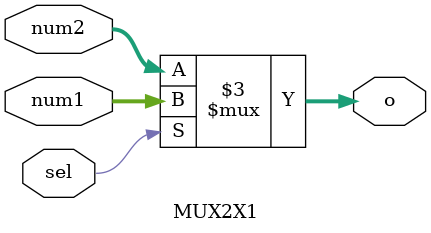
<source format=v>
`timescale 1ns / 1ps
module MUX2X1(num1,num2,sel,o);

input [6:0] num1,num2;
input sel;
output reg [6:0] o;

always @(sel)
begin


  if (sel)
  begin
   o = num1;
  end
  
  else
	begin
	o = num2;
	end
  

end


endmodule

</source>
